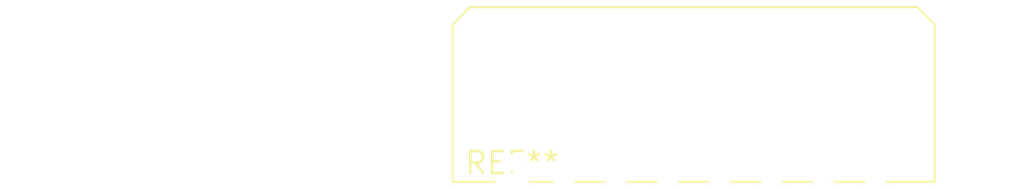
<source format=kicad_pcb>
(kicad_pcb (version 20240108) (generator pcbnew)
  (layers (0 "F.Cu" signal) (31 "B.Cu" signal) (34 "B.Paste" user) (35 "F.Paste" user) (36 "B.SilkS" user "B.Silkscreen") (37 "F.SilkS" user "F.Silkscreen") (38 "B.Mask" user) (39 "F.Mask" user) (44 "Edge.Cuts" user))
  (net 0 "")
  (footprint "Molex_Micro-Fit_3.0_43650-0800_1x08_P3.00mm_Horizontal" (layer "F.Cu") (at 0 0)
    (property "Reference" "REF**")
    (property "Value" "Molex_Micro-Fit_3.0_43650-0800_1x08_P3.00mm_Horizontal")
    (fp_line (start -3.435 -8.03) (end -2.435 -9.03) (layer "F.SilkS") (stroke (width 0.12)))
    (fp_line (start -3.435 1.09) (end -3.435 -8.03) (layer "F.SilkS") (stroke (width 0.12)))
    (fp_line (start -3.435 1.09) (end -1.01 1.09) (layer "F.SilkS") (stroke (width 0.12)))
    (fp_line (start -2.435 -9.03) (end 23.435 -9.03) (layer "F.SilkS") (stroke (width 0.12)))
    (fp_line (start 1.01 1.09) (end 2.348233 1.09) (layer "F.SilkS") (stroke (width 0.12)))
    (fp_line (start 3.651767 1.09) (end 5.348233 1.09) (layer "F.SilkS") (stroke (width 0.12)))
    (fp_line (start 6.651767 1.09) (end 8.348233 1.09) (layer "F.SilkS") (stroke (width 0.12)))
    (fp_line (start 9.651767 1.09) (end 11.348233 1.09) (layer "F.SilkS") (stroke (width 0.12)))
    (fp_line (start 12.651767 1.09) (end 14.348233 1.09) (layer "F.SilkS") (stroke (width 0.12)))
    (fp_line (start 15.651767 1.09) (end 17.348233 1.09) (layer "F.SilkS") (stroke (width 0.12)))
    (fp_line (start 18.651767 1.09) (end 20.348233 1.09) (layer "F.SilkS") (stroke (width 0.12)))
    (fp_line (start 23.435 -9.03) (end 24.435 -8.03) (layer "F.SilkS") (stroke (width 0.12)))
    (fp_line (start 24.435 -8.03) (end 24.435 1.09) (layer "F.SilkS") (stroke (width 0.12)))
    (fp_line (start 24.435 1.09) (end 21.651767 1.09) (layer "F.SilkS") (stroke (width 0.12)))
    (pad "" np_thru_hole circle (at 2.15 -4.32) (size 3 3) (drill 3) (layers *.Cu *.Mask))
    (pad "" np_thru_hole circle (at 18.85 -4.32) (size 3 3) (drill 3) (layers *.Cu *.Mask))
    (pad "1" thru_hole roundrect (at 0 0) (size 1.5 2.02) (drill 1.02) (layers *.Cu *.Mask) (remove_unused_layers) (roundrect_rratio 0.166667))
    (pad "2" thru_hole oval (at 3 0) (size 1.5 2.02) (drill 1.02) (layers *.Cu *.Mask) (remove_unused_layers))
    (pad "3" thru_hole oval (at 6 0) (size 1.5 2.02) (drill 1.02) (layers *.Cu *.Mask) (remove_unused_layers))
    (pad "4" thru_hole oval (at 9 0) (size 1.5 2.02) (drill 1.02) (layers *.Cu *.Mask) (remove_unused_layers))
    (pad "5" thru_hole oval (at 12 0) (size 1.5 2.02) (drill 1.02) (layers *.Cu *.Mask) (remove_unused_layers))
    (pad "6" thru_hole oval (at 15 0) (size 1.5 2.02) (drill 1.02) (layers *.Cu *.Mask) (remove_unused_layers))
    (pad "7" thru_hole oval (at 18 0) (size 1.5 2.02) (drill 1.02) (layers *.Cu *.Mask) (remove_unused_layers))
    (pad "8" thru_hole oval (at 21 0) (size 1.5 2.02) (drill 1.02) (layers *.Cu *.Mask) (remove_unused_layers))
  )
)
</source>
